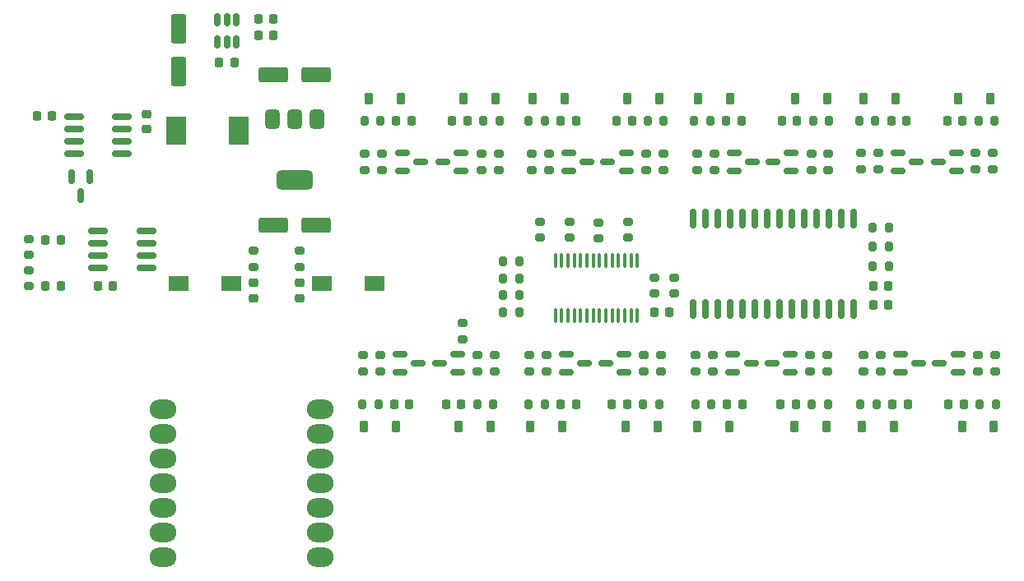
<source format=gbr>
%TF.GenerationSoftware,KiCad,Pcbnew,8.0.4*%
%TF.CreationDate,2024-08-08T00:40:07-04:00*%
%TF.ProjectId,pcb,7063622e-6b69-4636-9164-5f7063625858,1.1*%
%TF.SameCoordinates,Original*%
%TF.FileFunction,Paste,Top*%
%TF.FilePolarity,Positive*%
%FSLAX46Y46*%
G04 Gerber Fmt 4.6, Leading zero omitted, Abs format (unit mm)*
G04 Created by KiCad (PCBNEW 8.0.4) date 2024-08-08 00:40:07*
%MOMM*%
%LPD*%
G01*
G04 APERTURE LIST*
G04 Aperture macros list*
%AMRoundRect*
0 Rectangle with rounded corners*
0 $1 Rounding radius*
0 $2 $3 $4 $5 $6 $7 $8 $9 X,Y pos of 4 corners*
0 Add a 4 corners polygon primitive as box body*
4,1,4,$2,$3,$4,$5,$6,$7,$8,$9,$2,$3,0*
0 Add four circle primitives for the rounded corners*
1,1,$1+$1,$2,$3*
1,1,$1+$1,$4,$5*
1,1,$1+$1,$6,$7*
1,1,$1+$1,$8,$9*
0 Add four rect primitives between the rounded corners*
20,1,$1+$1,$2,$3,$4,$5,0*
20,1,$1+$1,$4,$5,$6,$7,0*
20,1,$1+$1,$6,$7,$8,$9,0*
20,1,$1+$1,$8,$9,$2,$3,0*%
G04 Aperture macros list end*
%ADD10R,2.000000X3.000000*%
%ADD11RoundRect,1.000000X0.375000X0.000010X-0.375000X0.000010X-0.375000X-0.000010X0.375000X-0.000010X0*%
%ADD12RoundRect,0.150000X0.825000X0.150000X-0.825000X0.150000X-0.825000X-0.150000X0.825000X-0.150000X0*%
%ADD13RoundRect,0.375000X-0.375000X0.625000X-0.375000X-0.625000X0.375000X-0.625000X0.375000X0.625000X0*%
%ADD14RoundRect,0.500000X-1.400000X0.500000X-1.400000X-0.500000X1.400000X-0.500000X1.400000X0.500000X0*%
%ADD15RoundRect,0.150000X-0.150000X0.512500X-0.150000X-0.512500X0.150000X-0.512500X0.150000X0.512500X0*%
%ADD16R,2.000000X1.600000*%
%ADD17RoundRect,0.200000X0.275000X-0.200000X0.275000X0.200000X-0.275000X0.200000X-0.275000X-0.200000X0*%
%ADD18RoundRect,0.200000X-0.275000X0.200000X-0.275000X-0.200000X0.275000X-0.200000X0.275000X0.200000X0*%
%ADD19RoundRect,0.218750X-0.218750X-0.256250X0.218750X-0.256250X0.218750X0.256250X-0.218750X0.256250X0*%
%ADD20RoundRect,0.150000X-0.150000X0.587500X-0.150000X-0.587500X0.150000X-0.587500X0.150000X0.587500X0*%
%ADD21RoundRect,0.225000X0.250000X-0.225000X0.250000X0.225000X-0.250000X0.225000X-0.250000X-0.225000X0*%
%ADD22RoundRect,0.225000X0.225000X0.250000X-0.225000X0.250000X-0.225000X-0.250000X0.225000X-0.250000X0*%
%ADD23RoundRect,0.250000X-1.250000X-0.550000X1.250000X-0.550000X1.250000X0.550000X-1.250000X0.550000X0*%
%ADD24RoundRect,0.225000X-0.225000X-0.250000X0.225000X-0.250000X0.225000X0.250000X-0.225000X0.250000X0*%
%ADD25RoundRect,0.250000X-0.550000X1.250000X-0.550000X-1.250000X0.550000X-1.250000X0.550000X1.250000X0*%
%ADD26RoundRect,0.100000X-0.100000X0.637500X-0.100000X-0.637500X0.100000X-0.637500X0.100000X0.637500X0*%
%ADD27RoundRect,0.200000X-0.200000X-0.275000X0.200000X-0.275000X0.200000X0.275000X-0.200000X0.275000X0*%
%ADD28RoundRect,0.200000X0.200000X0.275000X-0.200000X0.275000X-0.200000X-0.275000X0.200000X-0.275000X0*%
%ADD29RoundRect,0.150000X-0.587500X-0.150000X0.587500X-0.150000X0.587500X0.150000X-0.587500X0.150000X0*%
%ADD30RoundRect,0.150000X0.587500X0.150000X-0.587500X0.150000X-0.587500X-0.150000X0.587500X-0.150000X0*%
%ADD31RoundRect,0.218750X0.218750X0.256250X-0.218750X0.256250X-0.218750X-0.256250X0.218750X-0.256250X0*%
%ADD32RoundRect,0.225000X-0.225000X-0.375000X0.225000X-0.375000X0.225000X0.375000X-0.225000X0.375000X0*%
%ADD33RoundRect,0.225000X0.225000X0.375000X-0.225000X0.375000X-0.225000X-0.375000X0.225000X-0.375000X0*%
%ADD34RoundRect,0.150000X0.150000X-0.875000X0.150000X0.875000X-0.150000X0.875000X-0.150000X-0.875000X0*%
G04 APERTURE END LIST*
D10*
%TO.C,L1*%
X164300000Y-65500000D03*
X170700000Y-65500000D03*
%TD*%
D11*
%TO.C,U8*%
X179082500Y-109500750D03*
X179082500Y-106960750D03*
X179082500Y-104420750D03*
X179082500Y-101880750D03*
X179082500Y-99340750D03*
X179082500Y-96800750D03*
X179082500Y-94260750D03*
X162917500Y-94260750D03*
X162917500Y-96800750D03*
X162917500Y-99340750D03*
X162917500Y-101880750D03*
X162917500Y-104420750D03*
X162917500Y-106960750D03*
X162917500Y-109500750D03*
%TD*%
D12*
%TO.C,U7*%
X158725000Y-67905000D03*
X158725000Y-66635000D03*
X158725000Y-65365000D03*
X158725000Y-64095000D03*
X153775000Y-64095000D03*
X153775000Y-65365000D03*
X153775000Y-66635000D03*
X153775000Y-67905000D03*
%TD*%
%TO.C,U6*%
X161200000Y-79655000D03*
X161200000Y-78385000D03*
X161200000Y-77115000D03*
X161200000Y-75845000D03*
X156250000Y-75845000D03*
X156250000Y-77115000D03*
X156250000Y-78385000D03*
X156250000Y-79655000D03*
%TD*%
D13*
%TO.C,U5*%
X178800000Y-64350000D03*
X176500000Y-64350000D03*
D14*
X176500000Y-70650000D03*
D13*
X174200000Y-64350000D03*
%TD*%
D15*
%TO.C,U4*%
X170450000Y-54112500D03*
X169500000Y-54112500D03*
X168550000Y-54112500D03*
X168550000Y-56387500D03*
X169500000Y-56387500D03*
X170450000Y-56387500D03*
%TD*%
D16*
%TO.C,SW3*%
X179300000Y-81250000D03*
X184700000Y-81250000D03*
%TD*%
%TO.C,SW2*%
X169950000Y-81250000D03*
X164550000Y-81250000D03*
%TD*%
D17*
%TO.C,R44*%
X149150000Y-78325000D03*
X149150000Y-76675000D03*
%TD*%
D18*
%TO.C,R43*%
X149150000Y-81537500D03*
X149150000Y-79887500D03*
%TD*%
%TO.C,R16*%
X177000000Y-77925000D03*
X177000000Y-79575000D03*
%TD*%
%TO.C,R15*%
X172250000Y-77925000D03*
X172250000Y-79575000D03*
%TD*%
D19*
%TO.C,D25*%
X150862500Y-76750000D03*
X152437500Y-76750000D03*
%TD*%
%TO.C,D24*%
X150862500Y-81500000D03*
X152437500Y-81500000D03*
%TD*%
D20*
%TO.C,D15*%
X155425000Y-70312500D03*
X153525000Y-70312500D03*
X154475000Y-72187500D03*
%TD*%
D21*
%TO.C,C14*%
X161250000Y-65390000D03*
X161250000Y-63840000D03*
%TD*%
D22*
%TO.C,C13*%
X149975000Y-64000000D03*
X151525000Y-64000000D03*
%TD*%
%TO.C,C12*%
X157750000Y-81500000D03*
X156200000Y-81500000D03*
%TD*%
D21*
%TO.C,C11*%
X177000000Y-82775000D03*
X177000000Y-81225000D03*
%TD*%
%TO.C,C10*%
X172250000Y-82775000D03*
X172250000Y-81225000D03*
%TD*%
D23*
%TO.C,C9*%
X174300000Y-75250000D03*
X178700000Y-75250000D03*
%TD*%
%TO.C,C8*%
X174300000Y-59750000D03*
X178700000Y-59750000D03*
%TD*%
D24*
%TO.C,C7*%
X172725000Y-54000000D03*
X174275000Y-54000000D03*
%TD*%
D22*
%TO.C,C6*%
X174275000Y-55750000D03*
X172725000Y-55750000D03*
%TD*%
D24*
%TO.C,C5*%
X168725000Y-58500000D03*
X170275000Y-58500000D03*
%TD*%
D25*
%TO.C,C1*%
X164500000Y-55050000D03*
X164500000Y-59450000D03*
%TD*%
D26*
%TO.C,U2*%
X211725000Y-78887500D03*
X211075000Y-78887500D03*
X210425000Y-78887500D03*
X209775000Y-78887500D03*
X209125000Y-78887500D03*
X208475000Y-78887500D03*
X207825000Y-78887500D03*
X207175000Y-78887500D03*
X206525000Y-78887500D03*
X205875000Y-78887500D03*
X205225000Y-78887500D03*
X204575000Y-78887500D03*
X203925000Y-78887500D03*
X203275000Y-78887500D03*
X203275000Y-84612500D03*
X203925000Y-84612500D03*
X204575000Y-84612500D03*
X205225000Y-84612500D03*
X205875000Y-84612500D03*
X206525000Y-84612500D03*
X207175000Y-84612500D03*
X207825000Y-84612500D03*
X208475000Y-84612500D03*
X209125000Y-84612500D03*
X209775000Y-84612500D03*
X210425000Y-84612500D03*
X211075000Y-84612500D03*
X211725000Y-84612500D03*
%TD*%
D18*
%TO.C,R41*%
X235000000Y-88675000D03*
X235000000Y-90325000D03*
%TD*%
%TO.C,R40*%
X248500000Y-88675000D03*
X248500000Y-90325000D03*
%TD*%
D27*
%TO.C,R39*%
X246925000Y-93750000D03*
X248575000Y-93750000D03*
%TD*%
%TO.C,R38*%
X217675000Y-93750000D03*
X219325000Y-93750000D03*
%TD*%
D18*
%TO.C,R37*%
X217750000Y-88675000D03*
X217750000Y-90325000D03*
%TD*%
%TO.C,R36*%
X231250000Y-88675000D03*
X231250000Y-90325000D03*
%TD*%
D27*
%TO.C,R35*%
X229675000Y-93750000D03*
X231325000Y-93750000D03*
%TD*%
D17*
%TO.C,R34*%
X236750000Y-90325000D03*
X236750000Y-88675000D03*
%TD*%
D18*
%TO.C,R33*%
X246750000Y-88675000D03*
X246750000Y-90325000D03*
%TD*%
D17*
%TO.C,R32*%
X219500000Y-90325000D03*
X219500000Y-88675000D03*
%TD*%
D18*
%TO.C,R31*%
X229500000Y-88675000D03*
X229500000Y-90325000D03*
%TD*%
D27*
%TO.C,R28*%
X200555000Y-93750000D03*
X202205000Y-93750000D03*
%TD*%
D18*
%TO.C,R27*%
X200630000Y-88675000D03*
X200630000Y-90325000D03*
%TD*%
%TO.C,R26*%
X214130000Y-88675000D03*
X214130000Y-90325000D03*
%TD*%
D27*
%TO.C,R25*%
X212305000Y-93750000D03*
X213955000Y-93750000D03*
%TD*%
%TO.C,R24*%
X183425000Y-93750000D03*
X185075000Y-93750000D03*
%TD*%
D18*
%TO.C,R23*%
X183500000Y-88675000D03*
X183500000Y-90325000D03*
%TD*%
%TO.C,R22*%
X197062500Y-90325000D03*
X197062500Y-88675000D03*
%TD*%
D27*
%TO.C,R21*%
X195250000Y-93750000D03*
X196900000Y-93750000D03*
%TD*%
D17*
%TO.C,R20*%
X202380000Y-90325000D03*
X202380000Y-88675000D03*
%TD*%
D18*
%TO.C,R19*%
X212380000Y-88675000D03*
X212380000Y-90325000D03*
%TD*%
D17*
%TO.C,R18*%
X185250000Y-88675000D03*
X185250000Y-90325000D03*
%TD*%
D18*
%TO.C,R17*%
X195312500Y-88675000D03*
X195312500Y-90325000D03*
%TD*%
D28*
%TO.C,R68*%
X197535000Y-64500000D03*
X195885000Y-64500000D03*
%TD*%
D17*
%TO.C,R67*%
X197460000Y-69575000D03*
X197460000Y-67925000D03*
%TD*%
%TO.C,R66*%
X183710000Y-69575000D03*
X183710000Y-67925000D03*
%TD*%
D28*
%TO.C,R65*%
X185285000Y-64500000D03*
X183635000Y-64500000D03*
%TD*%
D18*
%TO.C,R60*%
X195710000Y-67925000D03*
X195710000Y-69575000D03*
%TD*%
D17*
%TO.C,R59*%
X185460000Y-69575000D03*
X185460000Y-67925000D03*
%TD*%
D28*
%TO.C,R56*%
X229797500Y-64500000D03*
X231447500Y-64500000D03*
%TD*%
D17*
%TO.C,R55*%
X231372500Y-67925000D03*
X231372500Y-69575000D03*
%TD*%
%TO.C,R54*%
X217872500Y-67925000D03*
X217872500Y-69575000D03*
%TD*%
D28*
%TO.C,R53*%
X217547500Y-64500000D03*
X219197500Y-64500000D03*
%TD*%
D18*
%TO.C,R48*%
X229622500Y-69575000D03*
X229622500Y-67925000D03*
%TD*%
D17*
%TO.C,R47*%
X219622500Y-67925000D03*
X219622500Y-69575000D03*
%TD*%
D28*
%TO.C,R64*%
X214447500Y-64500000D03*
X212797500Y-64500000D03*
%TD*%
D17*
%TO.C,R63*%
X214372500Y-69575000D03*
X214372500Y-67925000D03*
%TD*%
%TO.C,R62*%
X200872500Y-69575000D03*
X200872500Y-67925000D03*
%TD*%
D28*
%TO.C,R61*%
X202197500Y-64500000D03*
X200547500Y-64500000D03*
%TD*%
D18*
%TO.C,R58*%
X212622500Y-67925000D03*
X212622500Y-69575000D03*
%TD*%
D17*
%TO.C,R57*%
X202622500Y-69575000D03*
X202622500Y-67925000D03*
%TD*%
D28*
%TO.C,R49*%
X236197500Y-64500000D03*
X234547500Y-64500000D03*
%TD*%
%TO.C,R52*%
X248447500Y-64500000D03*
X246797500Y-64500000D03*
%TD*%
D17*
%TO.C,R50*%
X234750000Y-69497500D03*
X234750000Y-67847500D03*
%TD*%
%TO.C,R51*%
X248250000Y-69497500D03*
X248250000Y-67847500D03*
%TD*%
%TO.C,R45*%
X236500000Y-69497500D03*
X236500000Y-67847500D03*
%TD*%
D18*
%TO.C,R46*%
X246500000Y-67847500D03*
X246500000Y-69497500D03*
%TD*%
D17*
%TO.C,R9*%
X201750000Y-76575000D03*
X201750000Y-74925000D03*
%TD*%
%TO.C,R8*%
X204750000Y-76575000D03*
X204750000Y-74925000D03*
%TD*%
%TO.C,R7*%
X207750000Y-76650000D03*
X207750000Y-75000000D03*
%TD*%
%TO.C,R6*%
X210750000Y-76575000D03*
X210750000Y-74925000D03*
%TD*%
D28*
%TO.C,R5*%
X197925000Y-79000000D03*
X199575000Y-79000000D03*
%TD*%
%TO.C,R4*%
X199575000Y-80750000D03*
X197925000Y-80750000D03*
%TD*%
D18*
%TO.C,R1*%
X193750000Y-85350000D03*
X193750000Y-87000000D03*
%TD*%
D27*
%TO.C,R14*%
X235925000Y-79500000D03*
X237575000Y-79500000D03*
%TD*%
%TO.C,R13*%
X235925000Y-77500000D03*
X237575000Y-77500000D03*
%TD*%
%TO.C,R12*%
X235925000Y-75500000D03*
X237575000Y-75500000D03*
%TD*%
D18*
%TO.C,R30*%
X213500000Y-80675000D03*
X213500000Y-82325000D03*
%TD*%
%TO.C,R29*%
X215500000Y-80675000D03*
X215500000Y-82325000D03*
%TD*%
D28*
%TO.C,R3*%
X199575000Y-82500000D03*
X197925000Y-82500000D03*
%TD*%
%TO.C,R2*%
X199575000Y-84250000D03*
X197925000Y-84250000D03*
%TD*%
D29*
%TO.C,Q8*%
X238812500Y-88550000D03*
X238812500Y-90450000D03*
X240687500Y-89500000D03*
%TD*%
D30*
%TO.C,Q7*%
X244687500Y-90450000D03*
X244687500Y-88550000D03*
X242812500Y-89500000D03*
%TD*%
D29*
%TO.C,Q6*%
X223437500Y-89500000D03*
X221562500Y-90450000D03*
X221562500Y-88550000D03*
%TD*%
D30*
%TO.C,Q5*%
X225562500Y-89500000D03*
X227437500Y-88550000D03*
X227437500Y-90450000D03*
%TD*%
D29*
%TO.C,Q4*%
X204442500Y-88550000D03*
X204442500Y-90450000D03*
X206317500Y-89500000D03*
%TD*%
D30*
%TO.C,Q3*%
X210317500Y-90450000D03*
X210317500Y-88550000D03*
X208442500Y-89500000D03*
%TD*%
D29*
%TO.C,Q2*%
X187312500Y-88550000D03*
X187312500Y-90450000D03*
X189187500Y-89500000D03*
%TD*%
D30*
%TO.C,Q1*%
X193250000Y-90450000D03*
X193250000Y-88550000D03*
X191375000Y-89500000D03*
%TD*%
%TO.C,Q16*%
X193585000Y-69700000D03*
X193585000Y-67800000D03*
X191710000Y-68750000D03*
%TD*%
D29*
%TO.C,Q15*%
X187585000Y-67800000D03*
X187585000Y-69700000D03*
X189460000Y-68750000D03*
%TD*%
D30*
%TO.C,Q12*%
X225685000Y-68750000D03*
X227560000Y-67800000D03*
X227560000Y-69700000D03*
%TD*%
D29*
%TO.C,Q11*%
X223560000Y-68750000D03*
X221685000Y-69700000D03*
X221685000Y-67800000D03*
%TD*%
D30*
%TO.C,Q14*%
X210560000Y-69700000D03*
X210560000Y-67800000D03*
X208685000Y-68750000D03*
%TD*%
D29*
%TO.C,Q13*%
X204685000Y-67800000D03*
X204685000Y-69700000D03*
X206560000Y-68750000D03*
%TD*%
%TO.C,Q9*%
X238497500Y-67800000D03*
X238497500Y-69700000D03*
X240372500Y-68750000D03*
%TD*%
D30*
%TO.C,Q10*%
X244560000Y-69700000D03*
X244560000Y-67800000D03*
X242685000Y-68750000D03*
%TD*%
D31*
%TO.C,D19*%
X239537500Y-93750000D03*
X237962500Y-93750000D03*
%TD*%
D19*
%TO.C,D18*%
X243712500Y-93750000D03*
X245287500Y-93750000D03*
%TD*%
D31*
%TO.C,D17*%
X222537500Y-93750000D03*
X220962500Y-93750000D03*
%TD*%
D19*
%TO.C,D16*%
X226462500Y-93750000D03*
X228037500Y-93750000D03*
%TD*%
D32*
%TO.C,D14*%
X234850000Y-96000000D03*
X238150000Y-96000000D03*
%TD*%
D33*
%TO.C,D13*%
X248400000Y-96000000D03*
X245100000Y-96000000D03*
%TD*%
D32*
%TO.C,D12*%
X217850000Y-96000000D03*
X221150000Y-96000000D03*
%TD*%
D33*
%TO.C,D11*%
X231150000Y-96000000D03*
X227850000Y-96000000D03*
%TD*%
D31*
%TO.C,D10*%
X205417500Y-93750000D03*
X203842500Y-93750000D03*
%TD*%
D19*
%TO.C,D9*%
X209092500Y-93750000D03*
X210667500Y-93750000D03*
%TD*%
D31*
%TO.C,D8*%
X188287500Y-93750000D03*
X186712500Y-93750000D03*
%TD*%
D19*
%TO.C,D7*%
X192037500Y-93750000D03*
X193612500Y-93750000D03*
%TD*%
D32*
%TO.C,D6*%
X200730000Y-96000000D03*
X204030000Y-96000000D03*
%TD*%
D33*
%TO.C,D5*%
X213780000Y-96000000D03*
X210480000Y-96000000D03*
%TD*%
D32*
%TO.C,D4*%
X183600000Y-96000000D03*
X186900000Y-96000000D03*
%TD*%
D33*
%TO.C,D3*%
X196650000Y-96000000D03*
X193350000Y-96000000D03*
%TD*%
D19*
%TO.C,D37*%
X192672500Y-64500000D03*
X194247500Y-64500000D03*
%TD*%
D31*
%TO.C,D36*%
X188497500Y-64500000D03*
X186922500Y-64500000D03*
%TD*%
D33*
%TO.C,D33*%
X197110000Y-62250000D03*
X193810000Y-62250000D03*
%TD*%
D32*
%TO.C,D32*%
X184060000Y-62250000D03*
X187360000Y-62250000D03*
%TD*%
D19*
%TO.C,D29*%
X228160000Y-64500000D03*
X226585000Y-64500000D03*
%TD*%
D31*
%TO.C,D28*%
X220835000Y-64500000D03*
X222410000Y-64500000D03*
%TD*%
D33*
%TO.C,D23*%
X227972500Y-62250000D03*
X231272500Y-62250000D03*
%TD*%
D32*
%TO.C,D22*%
X221272500Y-62250000D03*
X217972500Y-62250000D03*
%TD*%
D19*
%TO.C,D35*%
X209585000Y-64500000D03*
X211160000Y-64500000D03*
%TD*%
D31*
%TO.C,D34*%
X205410000Y-64500000D03*
X203835000Y-64500000D03*
%TD*%
D33*
%TO.C,D31*%
X214022500Y-62250000D03*
X210722500Y-62250000D03*
%TD*%
D32*
%TO.C,D30*%
X200972500Y-62250000D03*
X204272500Y-62250000D03*
%TD*%
D31*
%TO.C,D26*%
X239410000Y-64500000D03*
X237835000Y-64500000D03*
%TD*%
D19*
%TO.C,D27*%
X243585000Y-64500000D03*
X245160000Y-64500000D03*
%TD*%
D33*
%TO.C,D21*%
X248022500Y-62250000D03*
X244722500Y-62250000D03*
%TD*%
D32*
%TO.C,D20*%
X234972500Y-62250000D03*
X238272500Y-62250000D03*
%TD*%
D22*
%TO.C,C2*%
X237525000Y-83500000D03*
X235975000Y-83500000D03*
%TD*%
D24*
%TO.C,C3*%
X235975000Y-81500000D03*
X237525000Y-81500000D03*
%TD*%
D22*
%TO.C,C4*%
X215025000Y-84250000D03*
X213475000Y-84250000D03*
%TD*%
D27*
%TO.C,R42*%
X234675000Y-93750000D03*
X236325000Y-93750000D03*
%TD*%
D34*
%TO.C,U3*%
X217495000Y-74600000D03*
X218765000Y-74600000D03*
X220035000Y-74600000D03*
X221305000Y-74600000D03*
X222575000Y-74600000D03*
X223845000Y-74600000D03*
X225115000Y-74600000D03*
X226385000Y-74600000D03*
X227655000Y-74600000D03*
X228925000Y-74600000D03*
X230195000Y-74600000D03*
X231465000Y-74600000D03*
X232735000Y-74600000D03*
X234005000Y-74600000D03*
X234005000Y-83900000D03*
X232735000Y-83900000D03*
X231465000Y-83900000D03*
X230195000Y-83900000D03*
X228925000Y-83900000D03*
X227655000Y-83900000D03*
X226385000Y-83900000D03*
X225115000Y-83900000D03*
X223845000Y-83900000D03*
X222575000Y-83900000D03*
X221305000Y-83900000D03*
X220035000Y-83900000D03*
X218765000Y-83900000D03*
X217495000Y-83900000D03*
%TD*%
M02*

</source>
